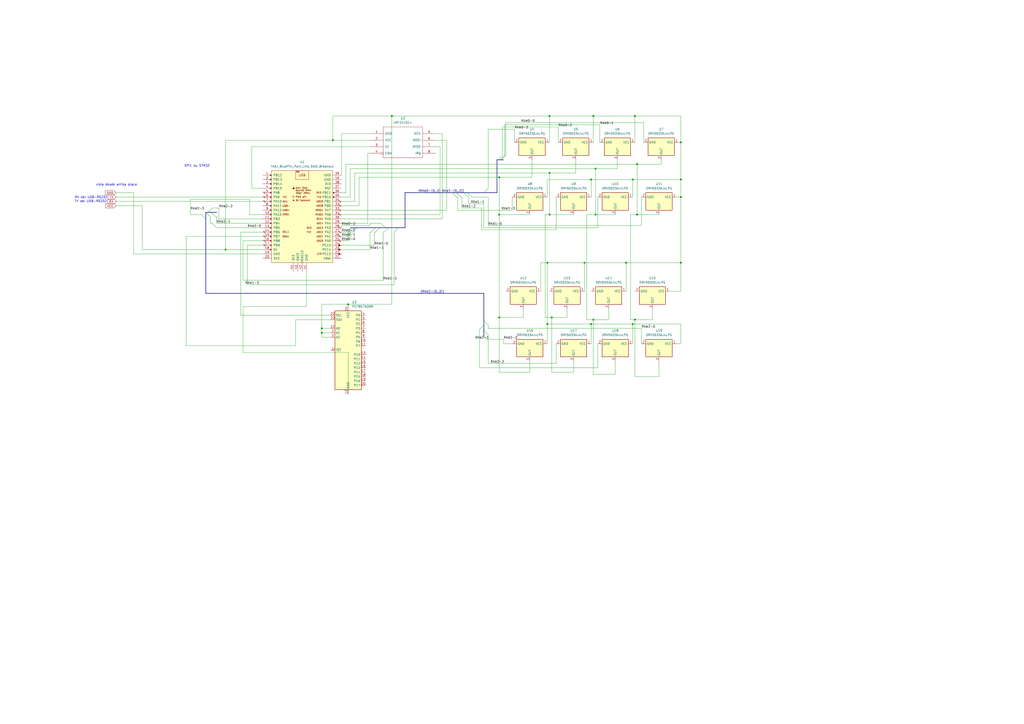
<source format=kicad_sch>
(kicad_sch (version 20231120) (generator "eeschema") (generator_version "8.0")
  (paper "A2")
  (lib_symbols
    (symbol "Interface_Expansion:PCF8575DBR"
      (property "Reference" "U" (at -6.35 24.13 0))
      (property "Value" "PCF8575DBR" (at 7.62 -24.13 0))
      (symbol "PCF8575DBR_0_1"
        (rectangle (start -7.62 22.86) (end 7.62 -22.86) (stroke (width 0.254)) (fill (type background)))
      )
      (symbol "PCF8575DBR_1_1"
        (pin open_collector output_low (at -10.16 0 0) (length 2.54) (name "~{INT}") (number "1"))
        (pin bidirectional line (at 10.16 5.08 180) (length 2.54) (name "P6") (number "10"))
        (pin bidirectional line (at 10.16 2.54 180) (length 2.54) (name "P7") (number "11"))
        (pin power_in line (at 0 -25.4 90) (length 2.54) (name "GND") (number "12"))
        (pin bidirectional line (at 10.16 -2.54 180) (length 2.54) (name "P10") (number "13"))
        (pin bidirectional line (at 10.16 -5.08 180) (length 2.54) (name "P11") (number "14"))
        (pin bidirectional line (at 10.16 -7.62 180) (length 2.54) (name "P12") (number "15"))
        (pin bidirectional line (at 10.16 -10.16 180) (length 2.54) (name "P13") (number "16"))
        (pin bidirectional line (at 10.16 -12.7 180) (length 2.54) (name "P14") (number "17"))
        (pin bidirectional line (at 10.16 -15.24 180) (length 2.54) (name "P15") (number "18"))
        (pin bidirectional line (at 10.16 -17.78 180) (length 2.54) (name "P16") (number "19"))
        (pin input line (at -10.16 10.16 0) (length 2.54) (name "A1") (number "2"))
        (pin bidirectional line (at 10.16 -20.32 180) (length 2.54) (name "P17") (number "20"))
        (pin input line (at -10.16 12.7 0) (length 2.54) (name "A0") (number "21"))
        (pin input line (at -10.16 20.32 0) (length 2.54) (name "SCL") (number "22"))
        (pin bidirectional line (at -10.16 17.78 0) (length 2.54) (name "SDA") (number "23"))
        (pin power_in line (at 0 25.4 270) (length 2.54) (name "VCC") (number "24"))
        (pin input line (at -10.16 7.62 0) (length 2.54) (name "A2") (number "3"))
        (pin bidirectional line (at 10.16 20.32 180) (length 2.54) (name "P0") (number "4"))
        (pin bidirectional line (at 10.16 17.78 180) (length 2.54) (name "P1") (number "5"))
        (pin bidirectional line (at 10.16 15.24 180) (length 2.54) (name "P2") (number "6"))
        (pin bidirectional line (at 10.16 12.7 180) (length 2.54) (name "P3") (number "7"))
        (pin bidirectional line (at 10.16 10.16 180) (length 2.54) (name "P4") (number "8"))
        (pin bidirectional line (at 10.16 7.62 180) (length 2.54) (name "P5") (number "9"))
      )
    )
    (symbol "Sensor_Magnetic:DRV5033AJxLPG"
      (property "Reference" "U" (at 5.08 12.7 0))
      (property "Value" "DRV5033AJxLPG" (at 7.62 10.16 0))
      (symbol "DRV5033AJxLPG_1_1"
        (rectangle (start -5.08 7.62) (end 5.08 -7.62) (stroke (width 0.254)) (fill (type background)))
        (pin power_in line (at -2.54 10.16 270) (length 2.54) (name "VCC") (number "1"))
        (pin power_in line (at -2.54 -10.16 90) (length 2.54) (name "GND") (number "2"))
        (pin output line (at 7.62 0 180) (length 2.54) (name "OUT") (number "3"))
      )
    )
    (symbol "YAAJ_BluePill_Part_Like_SWD_Breakout:YAAJ_BluePill_Part_Like_SWD_Breakout" (pin_names (offset 1.016))
      (property "Reference" "U" (at -15.24 27.94 0))
      (property "Value" "YAAJ_BluePill_Part_Like_SWD_Breakout" (at 20.32 27.94 0))
      (symbol "YAAJ_BluePill_Part_Like_SWD_Breakout_0_0"
        (circle (center -18.288 -20.32) (radius 0.3556) (fill (type outline)))
        (circle (center -18.288 -17.78) (radius 0.3556) (fill (type outline)))
        (circle (center -18.288 -15.24) (radius 0.3556) (fill (type outline)))
        (circle (center -18.288 -12.7) (radius 0.3556) (fill (type outline)))
        (circle (center -18.288 -10.16) (radius 0.3556) (fill (type outline)))
        (circle (center -18.288 -7.62) (radius 0.3556) (fill (type outline)))
        (circle (center -18.288 -5.08) (radius 0.3556) (fill (type outline)))
        (circle (center -18.288 -2.54) (radius 0.3556) (fill (type outline)))
        (circle (center -18.288 0) (radius 0.3556) (fill (type outline)))
        (circle (center -18.288 2.54) (radius 0.3556) (fill (type outline)))
        (circle (center -18.288 5.08) (radius 0.3556) (fill (type outline)))
        (circle (center -18.288 7.62) (radius 0.3556) (fill (type outline)))
        (circle (center -18.288 10.16) (radius 0.3556) (fill (type outline)))
        (circle (center -18.288 12.7) (radius 0.3556) (fill (type outline)))
        (circle (center -18.288 15.24) (radius 0.3556) (fill (type outline)))
        (circle (center -18.288 17.78) (radius 0.3556) (fill (type outline)))
        (circle (center -18.288 22.86) (radius 0.3556) (fill (type outline)))
        (circle (center -4.953 8.255) (radius 0.127) (fill (type outline)))
        (circle (center -4.953 8.255) (radius 0.254))
        (circle (center -4.953 8.255) (radius 0.3556))
        (polyline (pts (xy -5.588 14.859) (xy -4.953 15.875) (xy -4.318 14.859) (xy -5.588 14.859) (xy -4.953 15.748) (xy -4.445 14.859) (xy -5.461 14.986) (xy -4.953 15.621) (xy -4.572 14.859) (xy -5.334 15.113) (xy -4.826 15.494) (xy -4.699 14.859) (xy -5.207 15.24) (xy -4.699 15.367) (xy -4.826 14.986) (xy -5.08 15.24) (xy -4.826 15.113) (xy -4.953 15.367)))
        (polyline (pts (xy 20.955 -23.241) (xy 21.59 -22.225) (xy 22.225 -23.241) (xy 20.955 -23.241) (xy 21.59 -22.352) (xy 22.098 -23.241) (xy 21.082 -23.114) (xy 21.59 -22.479) (xy 21.971 -23.241) (xy 21.209 -22.987) (xy 21.717 -22.606) (xy 21.844 -23.241) (xy 21.336 -22.86) (xy 21.844 -22.733) (xy 21.717 -23.114) (xy 21.463 -22.86) (xy 21.717 -22.987) (xy 21.59 -22.733)))
        (polyline (pts (xy 20.955 -20.701) (xy 21.59 -19.685) (xy 22.225 -20.701) (xy 20.955 -20.701) (xy 21.59 -19.812) (xy 22.098 -20.701) (xy 21.082 -20.574) (xy 21.59 -19.939) (xy 21.971 -20.701) (xy 21.209 -20.447) (xy 21.717 -20.066) (xy 21.844 -20.701) (xy 21.336 -20.32) (xy 21.844 -20.193) (xy 21.717 -20.574) (xy 21.463 -20.32) (xy 21.717 -20.447) (xy 21.59 -20.193)))
        (polyline (pts (xy 20.955 -18.161) (xy 21.59 -17.145) (xy 22.225 -18.161) (xy 20.955 -18.161) (xy 21.59 -17.272) (xy 22.098 -18.161) (xy 21.082 -18.034) (xy 21.59 -17.399) (xy 21.971 -18.161) (xy 21.209 -17.907) (xy 21.717 -17.526) (xy 21.844 -18.161) (xy 21.336 -17.78) (xy 21.844 -17.653) (xy 21.717 -18.034) (xy 21.463 -17.78) (xy 21.717 -17.907) (xy 21.59 -17.653)))
        (circle (center 18.288 10.16) (radius 0.254) (fill (type outline)))
        (circle (center 18.288 10.16) (radius 0.3556))
        (circle (center 18.288 12.7) (radius 0.254) (fill (type outline)))
        (circle (center 18.288 12.7) (radius 0.3556))
        (text "30pF 2MHz" (at 0.508 12.446 0) (effects (font (size 0.9906 0.9906))))
        (text "5V tolerant" (at 0.508 8.255 0) (effects (font (size 0.9906 0.9906))))
        (text "ADC0" (at 10.287 -15.24 0) (effects (font (size 0.9906 0.9906))))
        (text "ADC1" (at 10.287 -12.7 0) (effects (font (size 0.9906 0.9906))))
        (text "ADC2" (at 10.287 -10.16 0) (effects (font (size 0.9906 0.9906))))
        (text "ADC3" (at 10.287 -7.747 0) (effects (font (size 0.9906 0.9906))))
        (text "ADC4" (at 10.287 -5.08 0) (effects (font (size 0.9906 0.9906))))
        (text "ADC8" (at 10.16 5.08 0) (effects (font (size 0.9906 0.9906))))
        (text "ADC9" (at 10.16 7.62 0) (effects (font (size 0.9906 0.9906))))
        (text "LED" (at 9.906 -22.733 0) (effects (font (size 0.9906 0.9906))))
        (text "MISO1" (at 10.033 0 0) (effects (font (size 0.9906 0.9906))))
        (text "MOSI1" (at 10.033 2.54 0) (effects (font (size 0.9906 0.9906))))
        (text "NSS1" (at -9.398 0.127 0) (effects (font (size 0.9906 0.9906))))
        (text "PWM pin" (at -0.635 10.287 0) (effects (font (size 0.9906 0.9906))))
        (text "RX1" (at -9.906 7.493 0) (effects (font (size 0.9906 0.9906))))
        (text "RX2" (at 4.064 -7.747 0) (effects (font (size 0.9906 0.9906))))
        (text "RX3" (at 9.652 12.7 0) (effects (font (size 0.9906 0.9906))))
        (text "SCK1" (at 10.287 -2.54 0) (effects (font (size 0.9906 0.9906))))
        (text "SCL1" (at -9.525 -10.033 0) (effects (font (size 0.9906 0.9906))))
        (text "SDA1" (at -9.525 -12.7 0) (effects (font (size 0.9906 0.9906))))
        (text "sink 3mA" (at -0.381 15.494 0) (effects (font (size 0.9906 0.9906))))
        (text "source 0mA" (at 0.635 14.097 0) (effects (font (size 0.9906 0.9906))))
        (text "TX1" (at -10.033 10.16 0) (effects (font (size 0.9906 0.9906))))
        (text "TX2" (at 3.937 -10.16 0) (effects (font (size 0.9906 0.9906))))
        (text "TX3" (at 9.779 10.16 0) (effects (font (size 0.9906 0.9906))))
        (text "USB" (at 0 22.86 0) (effects (font (size 1.27 1.27))))
        (text "USB+" (at -9.271 2.54 0) (effects (font (size 0.9906 0.9906))))
        (text "USB-" (at -9.271 5.08 0) (effects (font (size 0.9906 0.9906))))
        (text "Y@@J" (at -2.5654 24.8412 0) (effects (font (size 0.508 0.508))))
      )
      (symbol "YAAJ_BluePill_Part_Like_SWD_Breakout_0_1"
        (rectangle (start -17.78 25.4) (end 17.78 -27.94) (fill (type background)))
        (polyline (pts (xy -21.336 -17.78) (xy -21.336 -18.288) (xy -21.844 -18.288) (xy -21.844 -17.272) (xy -22.352 -17.272) (xy -22.352 -17.78)))
        (polyline (pts (xy -21.336 -15.24) (xy -21.336 -15.748) (xy -21.844 -15.748) (xy -21.844 -14.732) (xy -22.352 -14.732) (xy -22.352 -15.24)))
        (polyline (pts (xy -21.336 -12.7) (xy -21.336 -13.208) (xy -21.844 -13.208) (xy -21.844 -12.192) (xy -22.352 -12.192) (xy -22.352 -12.7)))
        (polyline (pts (xy -21.336 -10.16) (xy -21.336 -10.668) (xy -21.844 -10.668) (xy -21.844 -9.652) (xy -22.352 -9.652) (xy -22.352 -10.16)))
        (polyline (pts (xy -21.336 7.62) (xy -21.336 7.112) (xy -21.844 7.112) (xy -21.844 8.128) (xy -22.352 8.128) (xy -22.352 7.62)))
        (polyline (pts (xy -21.336 10.16) (xy -21.336 9.652) (xy -21.844 9.652) (xy -21.844 10.668) (xy -22.352 10.668) (xy -22.352 10.16)))
        (polyline (pts (xy -21.336 12.7) (xy -21.336 12.192) (xy -21.844 12.192) (xy -21.844 13.208) (xy -22.352 13.208) (xy -22.352 12.7)))
        (polyline (pts (xy -4.572 10.287) (xy -4.572 9.779) (xy -5.08 9.779) (xy -5.08 10.795) (xy -5.588 10.795) (xy -5.588 10.287)))
        (polyline (pts (xy 22.352 -15.24) (xy 22.352 -15.748) (xy 21.844 -15.748) (xy 21.844 -14.732) (xy 21.336 -14.732) (xy 21.336 -15.24)))
        (polyline (pts (xy 22.352 -12.7) (xy 22.352 -13.208) (xy 21.844 -13.208) (xy 21.844 -12.192) (xy 21.336 -12.192) (xy 21.336 -12.7)))
        (polyline (pts (xy 22.352 -10.16) (xy 22.352 -10.668) (xy 21.844 -10.668) (xy 21.844 -9.652) (xy 21.336 -9.652) (xy 21.336 -10.16)))
        (polyline (pts (xy 22.352 -7.62) (xy 22.352 -8.128) (xy 21.844 -8.128) (xy 21.844 -7.112) (xy 21.336 -7.112) (xy 21.336 -7.62)))
        (polyline (pts (xy 22.352 0) (xy 22.352 -0.508) (xy 21.844 -0.508) (xy 21.844 0.508) (xy 21.336 0.508) (xy 21.336 0)))
        (polyline (pts (xy 22.352 2.54) (xy 22.352 2.032) (xy 21.844 2.032) (xy 21.844 3.048) (xy 21.336 3.048) (xy 21.336 2.54)))
        (polyline (pts (xy 22.352 5.08) (xy 22.352 4.572) (xy 21.844 4.572) (xy 21.844 5.588) (xy 21.336 5.588) (xy 21.336 5.08)))
        (polyline (pts (xy 22.352 7.62) (xy 22.352 7.112) (xy 21.844 7.112) (xy 21.844 8.128) (xy 21.336 8.128) (xy 21.336 7.62)))
        (rectangle (start 3.81 25.4) (end -3.81 20.32))
      )
      (symbol "YAAJ_BluePill_Part_Like_SWD_Breakout_1_1"
        (circle (center -18.288 20.32) (radius 0.3556) (fill (type outline)))
        (pin bidirectional line (at -22.86 22.86 0) (length 5.08) (name "PB12") (number "1"))
        (pin bidirectional line (at -22.86 0 0) (length 5.08) (name "PA15") (number "10"))
        (pin bidirectional line (at -22.86 -2.54 0) (length 5.08) (name "PB3") (number "11"))
        (pin bidirectional line (at -22.86 -5.08 0) (length 5.08) (name "PB4") (number "12"))
        (pin bidirectional line (at -22.86 -7.62 0) (length 5.08) (name "PB5") (number "13"))
        (pin bidirectional line (at -22.86 -10.16 0) (length 5.08) (name "PB6") (number "14"))
        (pin bidirectional line (at -22.86 -12.7 0) (length 5.08) (name "PB7") (number "15"))
        (pin bidirectional line (at -22.86 -15.24 0) (length 5.08) (name "PB8") (number "16"))
        (pin bidirectional line (at -22.86 -17.78 0) (length 5.08) (name "PB9") (number "17"))
        (pin power_in line (at -22.86 -20.32 0) (length 5.08) (name "5V") (number "18"))
        (pin power_in line (at -22.86 -22.86 0) (length 5.08) (name "GND") (number "19"))
        (pin bidirectional line (at -22.86 20.32 0) (length 5.08) (name "PB13") (number "2"))
        (pin power_in line (at -22.86 -25.4 0) (length 5.08) (name "3V3") (number "20"))
        (pin power_in line (at 22.86 -25.4 180) (length 5.08) (name "VBat") (number "21"))
        (pin bidirectional line (at 22.86 -22.86 180) (length 5.08) (name "PC13") (number "22"))
        (pin bidirectional line (at 22.86 -20.32 180) (length 5.08) (name "PC14") (number "23"))
        (pin bidirectional line (at 22.86 -17.78 180) (length 5.08) (name "PC15") (number "24"))
        (pin bidirectional line (at 22.86 -15.24 180) (length 5.08) (name "PA0") (number "25"))
        (pin bidirectional line (at 22.86 -12.7 180) (length 5.08) (name "PA1") (number "26"))
        (pin bidirectional line (at 22.86 -10.16 180) (length 5.08) (name "PA2") (number "27"))
        (pin bidirectional line (at 22.86 -7.62 180) (length 5.08) (name "PA3") (number "28"))
        (pin bidirectional line (at 22.86 -5.08 180) (length 5.08) (name "PA4") (number "29"))
        (pin bidirectional line (at -22.86 17.78 0) (length 5.08) (name "PB14") (number "3"))
        (pin bidirectional line (at 22.86 -2.54 180) (length 5.08) (name "PA5") (number "30"))
        (pin bidirectional line (at 22.86 0 180) (length 5.08) (name "PA6") (number "31"))
        (pin bidirectional line (at 22.86 2.54 180) (length 5.08) (name "PA7") (number "32"))
        (pin bidirectional line (at 22.86 5.08 180) (length 5.08) (name "PB0") (number "33"))
        (pin bidirectional line (at 22.86 7.62 180) (length 5.08) (name "PB1") (number "34"))
        (pin bidirectional line (at 22.86 10.16 180) (length 5.08) (name "PB10") (number "35"))
        (pin bidirectional line (at 22.86 12.7 180) (length 5.08) (name "PB11") (number "36"))
        (pin input line (at 22.86 15.24 180) (length 5.08) (name "RST") (number "37"))
        (pin power_in line (at 22.86 17.78 180) (length 5.08) (name "3V3") (number "38"))
        (pin power_in line (at 22.86 22.86 180) (length 5.08) (name "GND") (number "39"))
        (pin bidirectional line (at -22.86 15.24 0) (length 5.08) (name "PB15") (number "4"))
        (pin power_in line (at 22.86 20.32 180) (length 5.08) (name "GND") (number "40"))
        (pin power_in line (at 2.54 -33.02 90) (length 5.08) (name "GND") (number "41"))
        (pin bidirectional clock (at 0 -33.02 90) (length 5.08) (name "SWCLK") (number "42"))
        (pin bidirectional line (at -2.54 -33.02 90) (length 5.08) (name "SWIO") (number "43"))
        (pin power_in line (at -5.08 -33.02 90) (length 5.08) (name "3V3") (number "44"))
        (pin bidirectional line (at -22.86 12.7 0) (length 5.08) (name "PA8") (number "5"))
        (pin bidirectional line (at -22.86 10.16 0) (length 5.08) (name "PA9") (number "6"))
        (pin bidirectional line (at -22.86 7.62 0) (length 5.08) (name "PA10") (number "7"))
        (pin bidirectional line (at -22.86 5.08 0) (length 5.08) (name "PA11") (number "8"))
        (pin bidirectional line (at -22.86 2.54 0) (length 5.08) (name "PA12") (number "9"))
      )
    )
    (symbol "nRF24L01+:nRF24L01+" (pin_names (offset 1.016))
      (property "Reference" "U" (at 0 -7.62 0))
      (property "Value" "nRF24L01+" (at 0 7.62 0))
      (symbol "nRF24L01+_1_0"
        (rectangle (start -11.43 -8.89) (end 11.43 8.89))
      )
      (symbol "nRF24L01+_1_1"
        (pin power_in line (at -19.05 5.08 0) (length 7.62) (name "GND") (number "1"))
        (pin power_in line (at -19.05 1.27 0) (length 7.62) (name "VCC") (number "2"))
        (pin input line (at -19.05 -2.54 0) (length 7.62) (name "CE") (number "3"))
        (pin input inverted (at -19.05 -6.35 0) (length 7.62) (name "CSN") (number "4"))
        (pin input line (at 19.05 5.08 180) (length 7.62) (name "SCK") (number "5"))
        (pin input line (at 19.05 1.27 180) (length 7.62) (name "MOSI") (number "6"))
        (pin output line (at 19.05 -2.54 180) (length 7.62) (name "MISO") (number "7"))
        (pin output line (at 19.05 -6.35 180) (length 7.62) (name "IRQ") (number "8"))
      )
    )
  )
  (junction (at 339.09 152.4))
  (junction (at 186.69 190.5))
  (junction (at 394.97 82.55))
  (junction (at 318.77 67.31))
  (junction (at 318.77 100.33))
  (junction (at 363.22 152.4))
  (junction (at 318.77 124.46))
  (junction (at 367.03 187.96))
  (junction (at 342.9 104.14))
  (junction (at 367.03 104.14))
  (junction (at 289.56 184.15))
  (junction (at 193.04 81.28))
  (junction (at 344.17 67.31))
  (junction (at 320.04 184.15))
  (junction (at 394.97 114.3))
  (junction (at 201.93 176.53))
  (junction (at 344.17 185.42))
  (junction (at 317.5 187.96))
  (junction (at 289.56 124.46))
  (junction (at 394.97 152.4))
  (junction (at 345.44 97.79))
  (junction (at 394.97 104.14))
  (junction (at 227.33 67.31))
  (junction (at 342.9 187.96))
  (junction (at 345.44 124.46))
  (junction (at 130.81 144.78))
  (junction (at 186.69 193.04))
  (junction (at 368.3 67.31))
  (junction (at 289.56 102.87))
  (junction (at 317.5 152.4))
  (junction (at 368.3 185.42))
  (junction (at 369.57 124.46))
  (junction (at 369.57 95.25))
  (bus_entry (at 220.345 132.08) (size -2.54 2.54))
  (bus_entry (at 120.65 123.19) (size 2.54 -2.54))
  (bus_entry (at 271.145 111.76) (size 2.54 2.54))
  (bus_entry (at 290.83 92.71) (size 2.54 -2.54))
  (bus_entry (at 280.67 188.595) (size -2.54 2.54))
  (bus_entry (at 205.74 132.08) (size -2.54 2.54))
  (bus_entry (at 204.47 132.08) (size -2.54 2.54))
  (bus_entry (at 225.425 132.08) (size -2.54 2.54))
  (bus_entry (at 231.14 132.08) (size -2.54 2.54))
  (bus_entry (at 290.195 92.71) (size 2.54 -2.54))
  (bus_entry (at 123.19 129.54) (size 2.54 2.54))
  (bus_entry (at 280.67 194.945) (size 2.54 2.54))
  (bus_entry (at 280.67 186.055) (size 2.54 2.54))
  (bus_entry (at 288.925 92.71) (size 2.54 -2.54))
  (bus_entry (at 217.805 132.08) (size -2.54 2.54))
  (bus_entry (at 122.555 123.19) (size 2.54 2.54))
  (bus_entry (at 207.01 132.08) (size -2.54 2.54))
  (bus_entry (at 264.795 111.76) (size 2.54 2.54))
  (bus_entry (at 280.67 111.76) (size 2.54 -2.54))
  (bus_entry (at 269.24 111.76) (size 2.54 2.54))
  (bus_entry (at 223.52 132.08) (size -2.54 -2.54))
  (bus_entry (at 119.38 127) (size -2.54 -2.54))
  (bus_entry (at 280.67 191.77) (size 2.54 2.54))
  (bus_entry (at 262.255 111.76) (size 2.54 2.54))
  (bus_entry (at 119.38 123.19) (size 2.54 2.54))
  (wire (pts (xy 383.54 92.71) (xy 383.54 95.25)))
  (wire (pts (xy 193.04 67.31) (xy 227.33 67.31)))
  (wire (pts (xy 213.36 88.9) (xy 214.63 88.9)))
  (wire (pts (xy 317.5 114.3) (xy 317.5 104.14)))
  (wire (pts (xy 191.77 195.58) (xy 186.69 195.58)))
  (bus (pts (xy 288.29 111.76) (xy 288.29 92.71)))
  (wire (pts (xy 140.97 204.47) (xy 140.97 177.8)))
  (wire (pts (xy 127 127) (xy 152.4 127)))
  (wire (pts (xy 388.62 168.91) (xy 394.97 168.91)))
  (bus (pts (xy 234.95 111.76) (xy 262.255 111.76)))
  (wire (pts (xy 107.95 200.66) (xy 171.45 200.66)))
  (wire (pts (xy 283.21 190.5) (xy 372.11 190.5)))
  (wire (pts (xy 171.45 200.66) (xy 171.45 185.42)))
  (wire (pts (xy 271.78 114.3) (xy 271.78 118.11)))
  (wire (pts (xy 297.18 121.92) (xy 297.18 114.3)))
  (wire (pts (xy 363.22 152.4) (xy 394.97 152.4)))
  (wire (pts (xy 193.04 67.31) (xy 193.04 81.28)))
  (wire (pts (xy 342.9 187.96) (xy 342.9 199.39)))
  (wire (pts (xy 308.61 102.87) (xy 308.61 92.71)))
  (wire (pts (xy 267.97 114.3) (xy 267.97 120.65)))
  (wire (pts (xy 368.3 67.31) (xy 394.97 67.31)))
  (wire (pts (xy 82.55 144.78) (xy 130.81 144.78)))
  (wire (pts (xy 203.2 114.3) (xy 198.12 114.3)))
  (wire (pts (xy 356.87 217.17) (xy 344.17 217.17)))
  (wire (pts (xy 203.2 97.79) (xy 203.2 114.3)))
  (wire (pts (xy 125.73 132.08) (xy 152.4 132.08)))
  (wire (pts (xy 356.87 209.55) (xy 356.87 217.17)))
  (wire (pts (xy 394.97 187.96) (xy 367.03 187.96)))
  (wire (pts (xy 339.09 152.4) (xy 339.09 168.91)))
  (wire (pts (xy 283.21 197.485) (xy 283.21 210.82)))
  (wire (pts (xy 280.67 132.08) (xy 346.71 132.08)))
  (wire (pts (xy 140.97 162.56) (xy 140.97 139.7)))
  (wire (pts (xy 144.78 124.46) (xy 152.4 124.46)))
  (wire (pts (xy 289.56 215.9) (xy 289.56 184.15)))
  (wire (pts (xy 200.66 95.25) (xy 369.57 95.25)))
  (wire (pts (xy 67.31 111.76) (xy 77.47 111.76)))
  (wire (pts (xy 322.58 133.35) (xy 322.58 114.3)))
  (wire (pts (xy 378.46 179.07) (xy 378.46 185.42)))
  (bus (pts (xy 204.47 132.08) (xy 205.74 132.08)))
  (wire (pts (xy 130.81 81.28) (xy 193.04 81.28)))
  (wire (pts (xy 291.465 90.17) (xy 291.465 73.66)))
  (wire (pts (xy 283.21 74.93) (xy 298.45 74.93)))
  (wire (pts (xy 116.84 124.46) (xy 110.49 124.46)))
  (wire (pts (xy 283.21 109.22) (xy 283.21 74.93)))
  (bus (pts (xy 271.145 111.76) (xy 280.67 111.76)))
  (wire (pts (xy 316.23 124.46) (xy 318.77 124.46)))
  (wire (pts (xy 344.17 217.17) (xy 344.17 185.42)))
  (wire (pts (xy 279.4 120.65) (xy 279.4 133.35)))
  (wire (pts (xy 215.265 134.62) (xy 214.63 134.62)))
  (wire (pts (xy 340.36 124.46) (xy 345.44 124.46)))
  (wire (pts (xy 107.95 137.16) (xy 107.95 200.66)))
  (wire (pts (xy 347.98 72.39) (xy 347.98 82.55)))
  (wire (pts (xy 278.13 191.135) (xy 278.13 213.36)))
  (wire (pts (xy 256.54 127) (xy 256.54 77.47)))
  (wire (pts (xy 214.63 129.54) (xy 214.63 130.81)))
  (bus (pts (xy 225.425 132.08) (xy 231.14 132.08)))
  (wire (pts (xy 328.93 179.07) (xy 328.93 184.15)))
  (wire (pts (xy 394.97 67.31) (xy 394.97 82.55)))
  (wire (pts (xy 316.23 184.15) (xy 316.23 124.46)))
  (wire (pts (xy 394.97 104.14) (xy 394.97 114.3)))
  (wire (pts (xy 369.57 124.46) (xy 369.57 95.25)))
  (wire (pts (xy 82.55 144.78) (xy 82.55 119.38)))
  (wire (pts (xy 201.93 228.6) (xy 201.93 204.47)))
  (wire (pts (xy 203.2 134.62) (xy 203.2 137.16)))
  (wire (pts (xy 298.45 74.93) (xy 298.45 82.55)))
  (wire (pts (xy 259.08 81.28) (xy 252.73 81.28)))
  (bus (pts (xy 234.95 132.08) (xy 231.14 132.08)))
  (wire (pts (xy 283.21 210.82) (xy 322.58 210.82)))
  (wire (pts (xy 213.36 129.54) (xy 213.36 88.9)))
  (wire (pts (xy 382.27 218.44) (xy 368.3 218.44)))
  (wire (pts (xy 278.13 213.36) (xy 346.71 213.36)))
  (wire (pts (xy 394.97 152.4) (xy 394.97 114.3)))
  (wire (pts (xy 139.7 134.62) (xy 152.4 134.62)))
  (wire (pts (xy 130.81 144.78) (xy 130.81 81.28)))
  (wire (pts (xy 146.05 109.22) (xy 152.4 109.22)))
  (bus (pts (xy 223.52 132.08) (xy 225.425 132.08)))
  (wire (pts (xy 267.97 120.65) (xy 279.4 120.65)))
  (wire (pts (xy 345.44 97.79) (xy 203.2 97.79)))
  (wire (pts (xy 303.53 179.07) (xy 303.53 184.15)))
  (wire (pts (xy 365.76 124.46) (xy 369.57 124.46)))
  (wire (pts (xy 198.12 134.62) (xy 201.93 134.62)))
  (wire (pts (xy 186.69 176.53) (xy 186.69 190.5)))
  (wire (pts (xy 186.69 193.04) (xy 186.69 190.5)))
  (wire (pts (xy 265.43 114.3) (xy 265.43 121.92)))
  (wire (pts (xy 283.21 196.85) (xy 292.1 196.85)))
  (wire (pts (xy 125.73 125.73) (xy 125.73 129.54)))
  (wire (pts (xy 358.14 97.79) (xy 345.44 97.79)))
  (wire (pts (xy 198.12 77.47) (xy 214.63 77.47)))
  (wire (pts (xy 203.2 134.62) (xy 204.47 134.62)))
  (wire (pts (xy 344.17 67.31) (xy 368.3 67.31)))
  (wire (pts (xy 342.9 104.14) (xy 342.9 114.3)))
  (bus (pts (xy 269.24 111.76) (xy 271.145 111.76)))
  (wire (pts (xy 318.77 82.55) (xy 318.77 67.31)))
  (wire (pts (xy 214.63 134.62) (xy 214.63 144.78)))
  (wire (pts (xy 198.12 77.47) (xy 198.12 101.6)))
  (bus (pts (xy 203.2 132.08) (xy 204.47 132.08)))
  (bus (pts (xy 280.67 191.77) (xy 280.67 194.945)))
  (wire (pts (xy 220.98 129.54) (xy 214.63 129.54)))
  (wire (pts (xy 152.4 139.7) (xy 140.97 139.7)))
  (wire (pts (xy 372.11 190.5) (xy 372.11 199.39)))
  (wire (pts (xy 323.85 73.66) (xy 323.85 82.55)))
  (wire (pts (xy 317.5 104.14) (xy 342.9 104.14)))
  (wire (pts (xy 307.34 209.55) (xy 307.34 215.9)))
  (wire (pts (xy 318.77 124.46) (xy 318.77 100.33)))
  (wire (pts (xy 318.77 100.33) (xy 205.74 100.33)))
  (wire (pts (xy 198.12 127) (xy 256.54 127)))
  (wire (pts (xy 227.33 67.31) (xy 227.33 176.53)))
  (wire (pts (xy 77.47 111.76) (xy 77.47 147.32)))
  (wire (pts (xy 394.97 168.91) (xy 394.97 152.4)))
  (wire (pts (xy 292.1 199.39) (xy 297.18 199.39)))
  (wire (pts (xy 342.9 187.96) (xy 317.5 187.96)))
  (wire (pts (xy 378.46 185.42) (xy 368.3 185.42)))
  (wire (pts (xy 332.74 209.55) (xy 332.74 215.9)))
  (wire (pts (xy 292.1 196.85) (xy 292.1 199.39)))
  (wire (pts (xy 394.97 82.55) (xy 394.97 104.14)))
  (wire (pts (xy 200.66 111.76) (xy 198.12 111.76)))
  (wire (pts (xy 217.17 134.62) (xy 217.17 142.24)))
  (wire (pts (xy 191.77 190.5) (xy 186.69 190.5)))
  (wire (pts (xy 317.5 187.96) (xy 317.5 199.39)))
  (wire (pts (xy 383.54 95.25) (xy 369.57 95.25)))
  (wire (pts (xy 367.03 104.14) (xy 367.03 114.3)))
  (wire (pts (xy 363.22 168.91) (xy 363.22 152.4)))
  (wire (pts (xy 313.69 152.4) (xy 317.5 152.4)))
  (wire (pts (xy 367.03 104.14) (xy 394.97 104.14)))
  (wire (pts (xy 203.2 137.16) (xy 198.12 137.16)))
  (wire (pts (xy 392.43 199.39) (xy 394.97 199.39)))
  (wire (pts (xy 293.37 71.12) (xy 373.38 71.12)))
  (wire (pts (xy 382.27 124.46) (xy 369.57 124.46)))
  (wire (pts (xy 317.5 152.4) (xy 317.5 187.96)))
  (bus (pts (xy 220.345 132.08) (xy 223.52 132.08)))
  (bus (pts (xy 290.83 92.71) (xy 292.1 92.71)))
  (wire (pts (xy 307.34 124.46) (xy 289.56 124.46)))
  (wire (pts (xy 256.54 77.47) (xy 252.73 77.47)))
  (wire (pts (xy 368.3 67.31) (xy 368.3 82.55)))
  (wire (pts (xy 289.56 124.46) (xy 289.56 102.87)))
  (wire (pts (xy 186.69 176.53) (xy 201.93 176.53)))
  (bus (pts (xy 288.925 92.71) (xy 290.195 92.71)))
  (wire (pts (xy 334.01 100.33) (xy 318.77 100.33)))
  (wire (pts (xy 365.76 185.42) (xy 365.76 124.46)))
  (wire (pts (xy 340.36 185.42) (xy 340.36 124.46)))
  (wire (pts (xy 191.77 193.04) (xy 186.69 193.04)))
  (bus (pts (xy 120.65 123.19) (xy 122.555 123.19)))
  (wire (pts (xy 198.12 121.92) (xy 259.08 121.92)))
  (wire (pts (xy 143.51 165.1) (xy 143.51 142.24)))
  (wire (pts (xy 322.58 210.82) (xy 322.58 199.39)))
  (wire (pts (xy 394.97 82.55) (xy 393.7 82.55)))
  (wire (pts (xy 201.93 204.47) (xy 140.97 204.47)))
  (wire (pts (xy 125.73 129.54) (xy 152.4 129.54)))
  (wire (pts (xy 342.9 104.14) (xy 367.03 104.14)))
  (wire (pts (xy 198.12 119.38) (xy 208.28 119.38)))
  (wire (pts (xy 318.77 67.31) (xy 344.17 67.31)))
  (bus (pts (xy 264.795 111.76) (xy 269.24 111.76)))
  (wire (pts (xy 186.69 195.58) (xy 186.69 193.04)))
  (bus (pts (xy 280.67 188.595) (xy 280.67 191.77)))
  (wire (pts (xy 227.33 176.53) (xy 201.93 176.53)))
  (wire (pts (xy 152.4 137.16) (xy 107.95 137.16)))
  (wire (pts (xy 317.5 152.4) (xy 339.09 152.4)))
  (wire (pts (xy 82.55 119.38) (xy 67.31 119.38)))
  (wire (pts (xy 121.92 129.54) (xy 123.19 129.54)))
  (wire (pts (xy 372.11 130.81) (xy 372.11 114.3)))
  (wire (pts (xy 208.28 119.38) (xy 208.28 102.87)))
  (wire (pts (xy 320.04 215.9) (xy 320.04 184.15)))
  (wire (pts (xy 214.63 85.09) (xy 146.05 85.09)))
  (wire (pts (xy 201.93 134.62) (xy 201.93 139.7)))
  (wire (pts (xy 346.71 132.08) (xy 346.71 114.3)))
  (bus (pts (xy 119.38 170.18) (xy 280.67 170.18)))
  (wire (pts (xy 328.93 184.15) (xy 320.04 184.15)))
  (wire (pts (xy 292.735 90.17) (xy 292.735 72.39)))
  (wire (pts (xy 368.3 185.42) (xy 365.76 185.42)))
  (bus (pts (xy 280.67 170.18) (xy 280.67 186.055)))
  (bus (pts (xy 217.805 132.08) (xy 220.345 132.08)))
  (wire (pts (xy 264.795 114.3) (xy 265.43 114.3)))
  (wire (pts (xy 205.74 116.84) (xy 198.12 116.84)))
  (wire (pts (xy 242.57 111.76) (xy 245.11 111.76)))
  (bus (pts (xy 280.67 186.055) (xy 280.67 188.595)))
  (wire (pts (xy 267.335 114.3) (xy 267.97 114.3)))
  (wire (pts (xy 227.33 67.31) (xy 318.77 67.31)))
  (bus (pts (xy 290.195 92.71) (xy 290.83 92.71)))
  (wire (pts (xy 344.17 67.31) (xy 344.17 82.55)))
  (wire (pts (xy 125.095 125.73) (xy 125.73 125.73)))
  (wire (pts (xy 214.63 144.78) (xy 198.12 144.78)))
  (wire (pts (xy 313.69 168.91) (xy 313.69 152.4)))
  (wire (pts (xy 228.6 165.1) (xy 143.51 165.1)))
  (wire (pts (xy 214.63 130.81) (xy 198.12 130.81)))
  (wire (pts (xy 307.34 215.9) (xy 289.56 215.9)))
  (wire (pts (xy 130.81 144.78) (xy 152.4 144.78)))
  (wire (pts (xy 271.78 118.11) (xy 280.67 118.11)))
  (wire (pts (xy 201.93 139.7) (xy 198.12 139.7)))
  (wire (pts (xy 67.31 116.84) (xy 152.4 116.84)))
  (wire (pts (xy 280.67 118.11) (xy 280.67 132.08)))
  (wire (pts (xy 332.74 215.9) (xy 320.04 215.9)))
  (wire (pts (xy 353.06 179.07) (xy 353.06 185.42)))
  (wire (pts (xy 255.27 85.09) (xy 252.73 85.09)))
  (wire (pts (xy 356.87 124.46) (xy 345.44 124.46)))
  (bus (pts (xy 122.555 123.19) (xy 125.73 123.19)))
  (wire (pts (xy 320.04 184.15) (xy 316.23 184.15)))
  (wire (pts (xy 367.03 187.96) (xy 367.03 199.39)))
  (wire (pts (xy 222.25 134.62) (xy 222.25 162.56)))
  (wire (pts (xy 152.4 142.24) (xy 143.51 142.24)))
  (wire (pts (xy 334.01 92.71) (xy 334.01 100.33)))
  (wire (pts (xy 394.97 199.39) (xy 394.97 187.96)))
  (wire (pts (xy 198.12 130.81) (xy 198.12 132.08)))
  (bus (pts (xy 288.29 92.71) (xy 288.925 92.71)))
  (wire (pts (xy 289.56 102.87) (xy 308.61 102.87)))
  (wire (pts (xy 67.31 114.3) (xy 152.4 114.3)))
  (bus (pts (xy 280.67 111.76) (xy 288.29 111.76)))
  (wire (pts (xy 344.17 185.42) (xy 340.36 185.42)))
  (wire (pts (xy 283.21 188.595) (xy 283.21 190.5)))
  (wire (pts (xy 200.66 95.25) (xy 200.66 111.76)))
  (wire (pts (xy 273.685 114.3) (xy 283.21 114.3)))
  (wire (pts (xy 193.04 81.28) (xy 214.63 81.28)))
  (wire (pts (xy 198.12 129.54) (xy 213.36 129.54)))
  (wire (pts (xy 146.05 85.09) (xy 146.05 109.22)))
  (wire (pts (xy 292.735 72.39) (xy 347.98 72.39)))
  (wire (pts (xy 201.93 134.62) (xy 203.2 134.62)))
  (wire (pts (xy 293.37 90.17) (xy 293.37 71.12)))
  (wire (pts (xy 201.93 177.8) (xy 201.93 176.53)))
  (wire (pts (xy 139.7 182.88) (xy 139.7 134.62)))
  (bus (pts (xy 205.74 132.08) (xy 207.01 132.08)))
  (bus (pts (xy 119.38 123.19) (xy 119.38 127)))
  (wire (pts (xy 205.74 100.33) (xy 205.74 116.84)))
  (wire (pts (xy 208.28 102.87) (xy 289.56 102.87)))
  (wire (pts (xy 127 120.65) (xy 127 127)))
  (wire (pts (xy 368.3 218.44) (xy 368.3 185.42)))
  (bus (pts (xy 119.38 123.19) (xy 120.65 123.19)))
  (wire (pts (xy 110.49 115.57) (xy 144.78 115.57)))
  (wire (pts (xy 283.21 194.31) (xy 283.21 196.85)))
  (wire (pts (xy 279.4 133.35) (xy 322.58 133.35)))
  (wire (pts (xy 110.49 124.46) (xy 110.49 115.57)))
  (wire (pts (xy 140.97 177.8) (xy 177.8 177.8)))
  (wire (pts (xy 139.7 182.88) (xy 191.77 182.88)))
  (wire (pts (xy 152.4 147.32) (xy 77.47 147.32)))
  (wire (pts (xy 345.44 124.46) (xy 345.44 97.79)))
  (wire (pts (xy 217.805 134.62) (xy 217.17 134.62)))
  (wire (pts (xy 289.56 184.15) (xy 289.56 124.46)))
  (wire (pts (xy 171.45 185.42) (xy 191.77 185.42)))
  (wire (pts (xy 228.6 134.62) (xy 228.6 165.1)))
  (wire (pts (xy 291.465 73.66) (xy 323.85 73.66)))
  (wire (pts (xy 198.12 124.46) (xy 255.27 124.46)))
  (wire (pts (xy 346.71 199.39) (xy 346.71 213.36)))
  (wire (pts (xy 358.14 92.71) (xy 358.14 97.79)))
  (wire (pts (xy 121.92 125.73) (xy 121.92 129.54)))
  (wire (pts (xy 283.21 114.3) (xy 283.21 130.81)))
  (wire (pts (xy 259.08 121.92) (xy 259.08 81.28)))
  (bus (pts (xy 207.01 132.08) (xy 217.805 132.08)))
  (wire (pts (xy 222.885 134.62) (xy 222.25 134.62)))
  (bus (pts (xy 234.95 132.08) (xy 234.95 111.76)))
  (wire (pts (xy 265.43 121.92) (xy 297.18 121.92)))
  (wire (pts (xy 303.53 184.15) (xy 289.56 184.15)))
  (wire (pts (xy 382.27 209.55) (xy 382.27 218.44)))
  (wire (pts (xy 255.27 124.46) (xy 255.27 85.09)))
  (wire (pts (xy 367.03 187.96) (xy 342.9 187.96)))
  (bus (pts (xy 262.255 111.76) (xy 264.795 111.76)))
  (wire (pts (xy 217.17 142.24) (xy 198.12 142.24)))
  (wire (pts (xy 353.06 185.42) (xy 344.17 185.42)))
  (wire (pts (xy 283.21 130.81) (xy 372.11 130.81)))
  (wire (pts (xy 177.8 177.8) (xy 177.8 157.48)))
  (wire (pts (xy 339.09 152.4) (xy 363.22 152.4)))
  (wire (pts (xy 373.38 71.12) (xy 373.38 82.55)))
  (wire (pts (xy 144.78 115.57) (xy 144.78 124.46)))
  (wire (pts (xy 392.43 114.3) (xy 394.97 114.3)))
  (bus (pts (xy 119.38 127) (xy 119.38 170.18)))
  (wire (pts (xy 222.25 162.56) (xy 140.97 162.56)))
  (wire (pts (xy 123.19 120.65) (xy 127 120.65)))
  (wire (pts (xy 332.74 124.46) (xy 318.77 124.46)))
  (text "vista desde arriba placa" (at 67.564 107.188 0) (effects (font (size 1.27 1.27))))
  (text "RX del USB-RS232" (at 52.832 114.554 0) (effects (font (size 1.27 1.27))))
  (text "TX del USB-RS232" (at 52.578 116.84 0) (effects (font (size 1.27 1.27))))
  (text "SPI1 du STM32" (at 114.3 96.266 0) (effects (font (size 1.27 1.27))))
  (label "{RAW0-[0..3] RAW1-[0..3]}" (at 242.57 111.76 0))
  (label "RAW0-2" (at 198.12 134.62 0))
  (label "RAW0-1" (at 347.98 72.39 0))
  (label "RAW2-3" (at 110.49 121.92 0))
  (label "RAW2-1" (at 125.73 129.54 0))
  (label "RAW2-3" (at 292.1 196.85 0))
  (label "RAW2-2" (at 127 120.65 0))
  (label "RAW0-0" (at 198.12 139.7 0))
  (label "RAW0-1" (at 198.12 137.16 0))
  (label "RAW1-0" (at 283.21 130.81 0))
  (label "RAW1-3" (at 142.24 165.1 0))
  (label "RAW0-3" (at 198.12 130.81 0))
  (label "RAW0-2" (at 323.85 73.66 0))
  (label "RAW1-3" (at 290.83 121.92 0))
  (label "RAW2-0" (at 143.51 132.08 0))
  (label "RAW1-2" (at 267.97 120.65 0))
  (label "RAW0-3" (at 298.45 74.93 0))
  (label "RAW1-2" (at 222.25 162.56 0))
  (label "RAW1-1" (at 214.63 144.78 0))
  (label "RAW0-0" (at 302.26 71.12 0))
  (label "{RAW2-[0..3]}" (at 243.84 170.18 0))
  (label "RAW2-2" (at 284.48 210.82 0))
  (label "RAW2-0" (at 372.11 190.5 0))
  (label "RAW1-0" (at 217.17 142.24 0))
  (label "RAW1-1" (at 273.05 118.11 0))
  (label "RAW2-1" (at 275.59 196.85 0))
  (global_label "TX" (shape input) (at 67.31 114.3 180) (property "Intersheetrefs" "${INTERSHEET_REFS}" (effects (hide yes))))
  (global_label "VCC" (shape input) (at 67.31 119.38 180) (property "Intersheetrefs" "${INTERSHEET_REFS}" (effects (hide yes))))
  (global_label "RX" (shape input) (at 67.31 116.84 180) (property "Intersheetrefs" "${INTERSHEET_REFS}" (effects (hide yes))))
  (global_label "GND" (shape input) (at 67.31 111.76 180) (property "Intersheetrefs" "${INTERSHEET_REFS}" (effects (hide yes))))
  (symbol (lib_id "Sensor_Magnetic:DRV5033AJxLPG") (at 382.27 116.84 270) (unit 1)
    (property "Reference" "U11" (at 382.27 106.68 90))
    (property "Value" "DRV5033AJxLPG" (at 382.27 109.22 90))
    (property "Footprint" "Package_TO_SOT_THT:TO-92_Inline" (effects (hide yes)))
    (property "Datasheet" "https://www.ti.com/lit/ds/symlink/drv5033.pdf" (effects (hide yes)))
    (property "Description" "±6.9 / ±3.5 mT, 20-kHz, 2-38V, TO-92" (effects (hide yes)))
  )
  (symbol (lib_id "YAAJ_BluePill_Part_Like_SWD_Breakout:YAAJ_BluePill_Part_Like_SWD_Breakout") (at 175.26 124.46 0) (unit 1)
    (property "Reference" "U1" (at 175.26 93.98 0))
    (property "Value" "YAAJ_BluePill_Part_Like_SWD_Breakout" (at 175.26 96.52 0))
    (property "Description" "STM32 Blue Pill ; not KLC compliant ; SWD broken out" (effects (hide yes)))
  )
  (symbol (lib_id "Sensor_Magnetic:DRV5033AJxLPG") (at 328.93 171.45 270) (unit 1)
    (property "Reference" "U13" (at 328.93 161.29 90))
    (property "Value" "DRV5033AJxLPG" (at 328.93 163.83 90))
    (property "Footprint" "Package_TO_SOT_THT:TO-92_Inline" (effects (hide yes)))
    (property "Datasheet" "https://www.ti.com/lit/ds/symlink/drv5033.pdf" (effects (hide yes)))
    (property "Description" "±6.9 / ±3.5 mT, 20-kHz, 2-38V, TO-92" (effects (hide yes)))
  )
  (symbol (lib_id "Sensor_Magnetic:DRV5033AJxLPG") (at 378.46 171.45 270) (unit 1)
    (property "Reference" "U15" (at 378.46 161.29 90))
    (property "Value" "DRV5033AJxLPG" (at 378.46 163.83 90))
    (property "Footprint" "Package_TO_SOT_THT:TO-92_Inline" (effects (hide yes)))
    (property "Datasheet" "https://www.ti.com/lit/ds/symlink/drv5033.pdf" (effects (hide yes)))
    (property "Description" "±6.9 / ±3.5 mT, 20-kHz, 2-38V, TO-92" (effects (hide yes)))
  )
  (symbol (lib_id "Sensor_Magnetic:DRV5033AJxLPG") (at 358.14 85.09 270) (unit 1)
    (property "Reference" "U6" (at 358.14 74.93 90))
    (property "Value" "DRV5033AJxLPG" (at 358.14 77.47 90))
    (property "Footprint" "Package_TO_SOT_THT:TO-92_Inline" (effects (hide yes)))
    (property "Datasheet" "https://www.ti.com/lit/ds/symlink/drv5033.pdf" (effects (hide yes)))
    (property "Description" "±6.9 / ±3.5 mT, 20-kHz, 2-38V, TO-92" (effects (hide yes)))
  )
  (symbol (lib_id "Sensor_Magnetic:DRV5033AJxLPG") (at 353.06 171.45 270) (unit 1)
    (property "Reference" "U14" (at 353.06 161.29 90))
    (property "Value" "DRV5033AJxLPG" (at 353.06 163.83 90))
    (property "Footprint" "Package_TO_SOT_THT:TO-92_Inline" (effects (hide yes)))
    (property "Datasheet" "https://www.ti.com/lit/ds/symlink/drv5033.pdf" (effects (hide yes)))
    (property "Description" "±6.9 / ±3.5 mT, 20-kHz, 2-38V, TO-92" (effects (hide yes)))
  )
  (symbol (lib_id "Sensor_Magnetic:DRV5033AJxLPG") (at 332.74 201.93 270) (unit 1)
    (property "Reference" "U17" (at 332.74 191.77 90))
    (property "Value" "DRV5033AJxLPG" (at 332.74 194.31 90))
    (property "Footprint" "Package_TO_SOT_THT:TO-92_Inline" (effects (hide yes)))
    (property "Datasheet" "https://www.ti.com/lit/ds/symlink/drv5033.pdf" (effects (hide yes)))
    (property "Description" "±6.9 / ±3.5 mT, 20-kHz, 2-38V, TO-92" (effects (hide yes)))
  )
  (symbol (lib_id "Sensor_Magnetic:DRV5033AJxLPG") (at 383.54 85.09 270) (unit 1)
    (property "Reference" "U7" (at 383.54 74.93 90))
    (property "Value" "DRV5033AJxLPG" (at 383.54 77.47 90))
    (property "Footprint" "Package_TO_SOT_THT:TO-92_Inline" (effects (hide yes)))
    (property "Datasheet" "https://www.ti.com/lit/ds/symlink/drv5033.pdf" (effects (hide yes)))
    (property "Description" "±6.9 / ±3.5 mT, 20-kHz, 2-38V, TO-92" (effects (hide yes)))
  )
  (symbol (lib_id "Sensor_Magnetic:DRV5033AJxLPG") (at 307.34 201.93 270) (unit 1)
    (property "Reference" "U16" (at 307.34 191.77 90))
    (property "Value" "DRV5033AJxLPG" (at 307.34 194.31 90))
    (property "Footprint" "Package_TO_SOT_THT:TO-92_Inline" (effects (hide yes)))
    (property "Datasheet" "https://www.ti.com/lit/ds/symlink/drv5033.pdf" (effects (hide yes)))
    (property "Description" "±6.9 / ±3.5 mT, 20-kHz, 2-38V, TO-92" (effects (hide yes)))
  )
  (symbol (lib_id "Sensor_Magnetic:DRV5033AJxLPG") (at 307.34 116.84 270) (unit 1)
    (property "Reference" "U8" (at 307.34 106.68 90))
    (property "Value" "DRV5033AJxLPG" (at 307.34 109.22 90))
    (property "Footprint" "Package_TO_SOT_THT:TO-92_Inline" (effects (hide yes)))
    (property "Datasheet" "https://www.ti.com/lit/ds/symlink/drv5033.pdf" (effects (hide yes)))
    (property "Description" "±6.9 / ±3.5 mT, 20-kHz, 2-38V, TO-92" (effects (hide yes)))
  )
  (symbol (lib_id "Sensor_Magnetic:DRV5033AJxLPG") (at 303.53 171.45 270) (unit 1)
    (property "Reference" "U12" (at 303.53 161.29 90))
    (property "Value" "DRV5033AJxLPG" (at 303.53 163.83 90))
    (property "Footprint" "Package_TO_SOT_THT:TO-92_Inline" (effects (hide yes)))
    (property "Datasheet" "https://www.ti.com/lit/ds/symlink/drv5033.pdf" (effects (hide yes)))
    (property "Description" "±6.9 / ±3.5 mT, 20-kHz, 2-38V, TO-92" (effects (hide yes)))
  )
  (symbol (lib_id "Sensor_Magnetic:DRV5033AJxLPG") (at 356.87 116.84 270) (unit 1)
    (property "Reference" "U10" (at 356.87 106.68 90))
    (property "Value" "DRV5033AJxLPG" (at 356.87 109.22 90))
    (property "Footprint" "Package_TO_SOT_THT:TO-92_Inline" (effects (hide yes)))
    (property "Datasheet" "https://www.ti.com/lit/ds/symlink/drv5033.pdf" (effects (hide yes)))
    (property "Description" "±6.9 / ±3.5 mT, 20-kHz, 2-38V, TO-92" (effects (hide yes)))
  )
  (symbol (lib_id "Sensor_Magnetic:DRV5033AJxLPG") (at 334.01 85.09 270) (unit 1)
    (property "Reference" "U5" (at 334.01 74.93 90))
    (property "Value" "DRV5033AJxLPG" (at 334.01 77.47 90))
    (property "Footprint" "Package_TO_SOT_THT:TO-92_Inline" (effects (hide yes)))
    (property "Datasheet" "https://www.ti.com/lit/ds/symlink/drv5033.pdf" (effects (hide yes)))
    (property "Description" "±6.9 / ±3.5 mT, 20-kHz, 2-38V, TO-92" (effects (hide yes)))
  )
  (symbol (lib_id "Interface_Expansion:PCF8575DBR") (at 201.93 203.2 0) (unit 1)
    (property "Reference" "U3" (at 204.1241 175.26 0) (effects (justify left)))
    (property "Value" "PCF8575DBR" (at 204.1241 177.8 0) (effects (justify left)))
    (property "Footprint" "Package_SO:SSOP-24_5.3x8.2mm_P0.65mm" (effects (hide yes)))
    (property "Datasheet" "https://www.ti.com/lit/ds/symlink/pcf8575.pdf" (effects (hide yes)))
    (property "Description" "16 Bits Port/Expander to I2C Bus, SSOP-24" (effects (hide yes)))
  )
  (symbol (lib_id "nRF24L01+:nRF24L01+") (at 233.68 82.55 0) (unit 1)
    (property "Reference" "U2" (at 233.68 68.58 0))
    (property "Value" "nRF24L01+" (at 233.68 71.12 0))
    (property "Footprint" "MODULE" (effects (hide yes)))
    (property "Datasheet" "DOCUMENTATION" (effects (hide yes)))
  )
  (symbol (lib_id "Sensor_Magnetic:DRV5033AJxLPG") (at 332.74 116.84 270) (unit 1)
    (property "Reference" "U9" (at 332.74 106.68 90))
    (property "Value" "DRV5033AJxLPG" (at 332.74 109.22 90))
    (property "Footprint" "Package_TO_SOT_THT:TO-92_Inline" (effects (hide yes)))
    (property "Datasheet" "https://www.ti.com/lit/ds/symlink/drv5033.pdf" (effects (hide yes)))
    (property "Description" "±6.9 / ±3.5 mT, 20-kHz, 2-38V, TO-92" (effects (hide yes)))
  )
  (symbol (lib_id "Sensor_Magnetic:DRV5033AJxLPG") (at 308.61 85.09 270) (unit 1)
    (property "Reference" "U4" (at 308.61 74.93 90))
    (property "Value" "DRV5033AJxLPG" (at 308.61 77.47 90))
    (property "Footprint" "Package_TO_SOT_THT:TO-92_Inline" (effects (hide yes)))
    (property "Datasheet" "https://www.ti.com/lit/ds/symlink/drv5033.pdf" (effects (hide yes)))
    (property "Description" "±6.9 / ±3.5 mT, 20-kHz, 2-38V, TO-92" (effects (hide yes)))
  )
  (symbol (lib_id "Sensor_Magnetic:DRV5033AJxLPG") (at 356.87 201.93 270) (unit 1)
    (property "Reference" "U18" (at 356.87 191.77 90))
    (property "Value" "DRV5033AJxLPG" (at 356.87 194.31 90))
    (property "Footprint" "Package_TO_SOT_THT:TO-92_Inline" (effects (hide yes)))
    (property "Datasheet" "https://www.ti.com/lit/ds/symlink/drv5033.pdf" (effects (hide yes)))
    (property "Description" "±6.9 / ±3.5 mT, 20-kHz, 2-38V, TO-92" (effects (hide yes)))
  )
  (symbol (lib_id "Sensor_Magnetic:DRV5033AJxLPG") (at 382.27 201.93 270) (unit 1)
    (property "Reference" "U19" (at 382.27 191.77 90))
    (property "Value" "DRV5033AJxLPG" (at 382.27 194.31 90))
    (property "Footprint" "Package_TO_SOT_THT:TO-92_Inline" (effects (hide yes)))
    (property "Datasheet" "https://www.ti.com/lit/ds/symlink/drv5033.pdf" (effects (hide yes)))
    (property "Description" "±6.9 / ±3.5 mT, 20-kHz, 2-38V, TO-92" (effects (hide yes)))
  )
)
</source>
